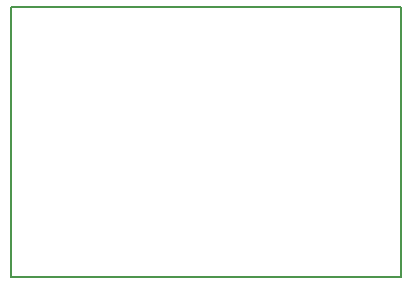
<source format=gbr>
%TF.GenerationSoftware,KiCad,Pcbnew,4.0.2-stable*%
%TF.CreationDate,2021-11-11T14:40:34-08:00*%
%TF.ProjectId,RS485,52533438352E6B696361645F70636200,rev?*%
%TF.FileFunction,Legend,Bot*%
%FSLAX46Y46*%
G04 Gerber Fmt 4.6, Leading zero omitted, Abs format (unit mm)*
G04 Created by KiCad (PCBNEW 4.0.2-stable) date 11/11/2021 2:40:34 PM*
%MOMM*%
G01*
G04 APERTURE LIST*
%ADD10C,0.100000*%
%ADD11C,0.150000*%
G04 APERTURE END LIST*
D10*
D11*
X170180000Y-107950000D02*
X170180000Y-85090000D01*
X203200000Y-107950000D02*
X170180000Y-107950000D01*
X203200000Y-85090000D02*
X203200000Y-107950000D01*
X170180000Y-85090000D02*
X203200000Y-85090000D01*
M02*

</source>
